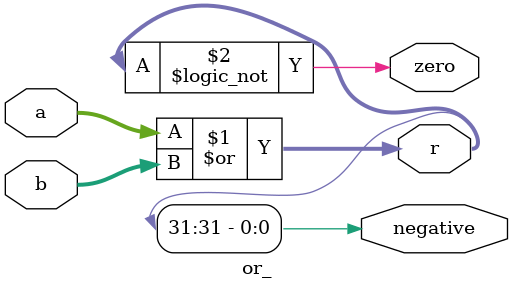
<source format=v>
`timescale 1ns / 1ps


module or_(
    input [31:0] a,
    input [31:0] b,
    output [31:0] r,
    output zero,
    output negative
    );
    assign r = (a | b);
    assign zero = (r==0);
    assign negative = (r[31]==1);
endmodule

</source>
